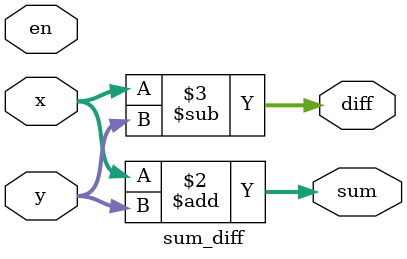
<source format=v>
module dct(
	input clk,			                                   //	input clock
	input reset,		  	                                   //	reset
	input wr,	
	input [6:0] add_64,	                                           //	writing data to memory
	input oe,		                                           //	displaying the final output
	input [7:0]data_in,	                                           //	8-bit data input
	input [2:0]add,		                                           //	3-bit address for data input
	output reg [7:0]data_out,
	output reg [6:0]ram_dct_add ,
	output reg wea                                          //	8-bit data output
	);	                                        

wire [31:0]y_0,y_1,y_2,y_3,y_4,y_5,y_6,y_7;
wire [15:0]y0,y1,y2,y3,y4,y5,y6,y7;
wire [8:0] t0_7,t1_6,t2_5,t3_4,c0_7,c1_6,c2_5,c3_4;
reg [7:0]x[7:0];	                                    //	8-bit 8 locations data storage after reading
parameter a=16'h5a82;
parameter b=16'h7d8a;
parameter c=16'h7642;
parameter d=16'h6a6e;
parameter e=16'h471d;
parameter f=16'h30fc;
parameter g=16'h18f9;

/****************************WRITING DATA TO MEMORY***********************/
always @( posedge clk) 
begin
if(reset)
x[add]=0;
else if(wr)
x[add]= data_in;
end


sum_diff b1(t0_7,c0_7,x[0],x[7],1);
sum_diff b2(t1_6,c1_6,x[1],x[6],1);
sum_diff b3(t2_5,c2_5,x[2],x[5],1);
sum_diff b4(t3_4,c3_4,x[3],x[4],1);


assign y_0=a*(t0_7+t1_6+t2_5+t3_4);

assign y_1=b*c0_7+d*c1_6+e*c2_5+g*c3_4;

assign y_2=c*(t0_7-t3_4) + f*(t1_6-t2_5);

assign y_3=d*c0_7 - g*c1_6 - b*c2_5 - e*c3_4;

assign y_4=a*(t0_7 + t3_4 - t1_6 - t2_5);

assign y_5= e*c0_7 - b*c1_6 + g*c2_5 + d*c3_4;

assign y_6 = f*(t0_7 - t3_4) + c*(t2_5 - t1_6) ;

assign y_7 = g*c0_7 - e*c1_6 + d*c2_5 - b*c3_4;

assign y0=y_0>>16;

assign y1=y_1>>16;

assign y2=y_2>>16;

assign y3=y_3>>16;

assign y4=y_4>>16;

assign y5=y_5>>16;

assign y6=y_6>>16;

assign y7=y_7>>16;



/**************DISPLAY THE FINAL OUTPUT ACC. TO ADDRESS GIVEN*************/
always @(add)
begin
if(oe)
case(add)
	3'b000: begin  data_out=y0; ram_dct_add <=add_64; wea <= 1'b1;
	        end   
	3'b001:begin data_out=y1;ram_dct_add <=add_64;wea <= 1'b1;
	end
	3'b010: begin data_out=y2;ram_dct_add <=add_64;wea <= 1'b1;
	end
	3'b011:begin data_out=y3;ram_dct_add <=add_64;wea <= 1'b1;
	end
	3'b100:begin data_out=y4;ram_dct_add <=add_64;wea <= 1'b1;
	end
	3'b101: begin data_out=y5;ram_dct_add <=add_64;wea <= 1'b1;
	end
	3'b110: begin data_out=y6;ram_dct_add <=add_64;wea <= 1'b1;
	end
	3'b111: begin data_out=y7;ram_dct_add <=add_64;wea <= 1'b1;
	end
	default: data_out=0;
endcase
else
data_out=0;
end
endmodule

module signed_mult(
  input [7:0]a,                         // Multiplicend 1
  input [7:0]b,                         // Multiplicend 2
  output reg [15:0]y                    // Result
  );
  
  reg [15:0]temp;
  reg [7:0]p;
  reg [7:0]q;
  reg m;
 
  always@(a or b)
  begin
  case({a[7],b[7]})
  2'b00:begin
		  y=a*b;
		  y=y>>6;
		  end  
		  
  2'b01:begin
        q=(~b)+1;
		  temp=a*q;
		  y=(~temp)+1;
		  end
		  
  2'b10:begin
        p=(~a)+1;
		  temp=p*b;
		  temp=temp>>6;
		  y=(~temp)+1;
		  end
		  
  2'b11:begin
        q=(~b)+1;
		  p=(~a)+1;
		  temp=p*q;
		  y=temp;
		  end	  
   default:begin
		  y=a*b;
		  end  
  
  endcase
  end


endmodule
module sum_diff(
    output reg [31:0] sum,diff,                                           // 32-bit output registers to store sum and difference
    input [31:0] x,y,                                                     // 32-bit input nets x and y
    input en                                                              // To enable the operation of butterfly
    );

always @(en or x or y)
begin
  sum=x+y;
  diff=x-y;
end
endmodule
</source>
